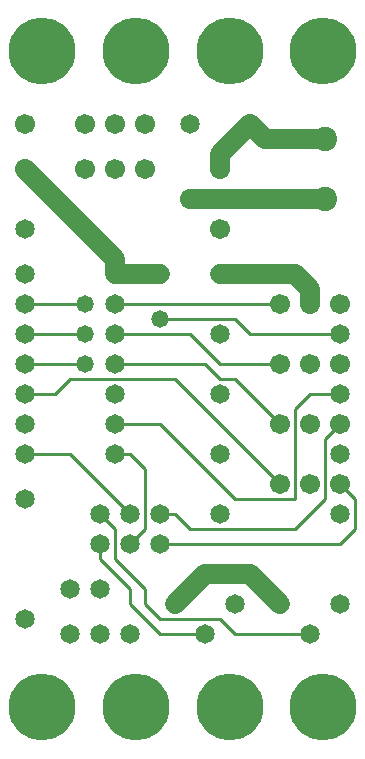
<source format=gbl>
%MOIN*%
%FSLAX25Y25*%
G04 D10 used for Character Trace; *
G04     Circle (OD=.01000) (No hole)*
G04 D11 used for Power Trace; *
G04     Circle (OD=.06700) (No hole)*
G04 D12 used for Signal Trace; *
G04     Circle (OD=.01100) (No hole)*
G04 D13 used for Via; *
G04     Circle (OD=.05800) (Round. Hole ID=.02800)*
G04 D14 used for Component hole; *
G04     Circle (OD=.06500) (Round. Hole ID=.03500)*
G04 D15 used for Component hole; *
G04     Circle (OD=.06700) (Round. Hole ID=.04300)*
G04 D16 used for Component hole; *
G04     Circle (OD=.08100) (Round. Hole ID=.05100)*
G04 D17 used for Component hole; *
G04     Circle (OD=.08900) (Round. Hole ID=.05900)*
G04 D18 used for Component hole; *
G04     Circle (OD=.11300) (Round. Hole ID=.08300)*
G04 D19 used for Component hole; *
G04     Circle (OD=.16000) (Round. Hole ID=.13000)*
G04 D20 used for Component hole; *
G04     Circle (OD=.18300) (Round. Hole ID=.15300)*
G04 D21 used for Component hole; *
G04     Circle (OD=.22291) (Round. Hole ID=.19291)*
%ADD10C,.01000*%
%ADD11C,.06700*%
%ADD12C,.01100*%
%ADD13C,.05800*%
%ADD14C,.06500*%
%ADD15C,.06700*%
%ADD16C,.08100*%
%ADD17C,.08900*%
%ADD18C,.11300*%
%ADD19C,.16000*%
%ADD20C,.18300*%
%ADD21C,.22291*%
%IPPOS*%
%LPD*%
G90*X0Y0D02*D21*X15625Y15625D03*D14*              
X35000Y40000D03*X25000D03*X10000Y45000D03*D21*    
X46875Y15625D03*D14*X45000Y40000D03*D12*          
X55000Y45000D02*X50000Y50000D01*X55000Y45000D02*  
X75000D01*X80000Y40000D01*X105000D01*D14*D03*     
X115000Y50000D03*X95000D03*D11*X85000Y60000D01*   
X70000D01*X60000Y50000D01*D14*D03*X70000Y40000D03*
D12*X55000D01*X45000Y50000D01*Y55000D01*          
X35000Y65000D01*Y70000D01*D14*D03*D12*            
X50000Y55000D02*X40000Y65000D01*X50000Y50000D02*  
Y55000D01*D14*X35000D03*D12*X40000Y65000D02*      
Y75000D01*X35000Y80000D01*D14*D03*X45000Y70000D03*
D12*X50000Y75000D01*Y95000D01*X45000Y100000D01*   
X40000D01*D14*D03*Y110000D03*D12*X55000D01*       
X80000Y85000D01*X100000D01*Y115000D01*            
X105000Y120000D01*X115000D01*D14*D03*D15*         
X105000Y130000D03*Y110000D03*X115000Y130000D03*   
Y110000D03*D12*X110000Y105000D01*Y85000D01*       
X100000Y75000D01*X65000D01*X60000Y80000D01*       
X55000D01*D14*D03*X45000D03*D12*X25000Y100000D01* 
X10000D01*D14*D03*Y110000D03*Y85000D03*D12*       
Y120000D02*X20000D01*D14*X10000D03*D12*X20000D02* 
X25000Y125000D01*X60000D01*X95000Y90000D01*D15*   
D03*X105000D03*D12*X55000Y70000D02*X115000D01*D14*
X55000D03*X75000Y80000D03*X80000Y50000D03*        
X75000Y100000D03*X25000Y55000D03*D15*             
X95000Y110000D03*D12*X80000Y125000D01*X75000D01*  
X70000Y130000D01*X40000D01*D14*D03*D13*           
X30000Y140000D03*D12*X10000D01*D14*D03*Y150000D03*
D12*X30000D01*D13*D03*D14*X40000Y140000D03*D12*   
X65000D01*X75000Y130000D01*X95000D01*D15*D03*D12* 
X85000Y140000D02*X115000D01*D14*D03*D15*          
X105000Y150000D03*D11*Y155000D01*                 
X100000Y160000D01*X75000D01*D14*D03*D15*          
Y175000D03*D12*X85000Y140000D02*X80000Y145000D01* 
X55000D01*D13*D03*D14*X40000Y160000D03*D11*       
X55000D01*D14*D03*D11*X40000D02*Y165000D01*       
X30000Y175000D01*D14*D03*D11*X10000Y195000D01*D15*
D03*Y210000D03*X30000Y195000D03*D14*              
X10000Y175000D03*D15*X30000Y210000D03*            
X40000Y195000D03*Y210000D03*D14*X10000Y160000D03* 
D21*X46875Y234375D03*X15625D03*D15*               
X50000Y195000D03*Y210000D03*D14*X40000Y150000D03* 
D12*X95000D01*D15*D03*X115000D03*D14*             
X75000Y140000D03*Y120000D03*D16*X110000Y185000D03*
D11*X65000D01*D15*D03*X75000Y195000D03*D11*       
Y200000D01*X85000Y210000D01*D14*D03*D11*          
X90000Y205000D01*X110000D01*D16*D03*D21*          
X78125Y234375D03*X109375D03*D14*X65000Y210000D03* 
D13*X30000Y130000D03*D12*X10000D01*D14*D03*       
X40000Y120000D03*D12*X115000Y70000D02*            
X120000Y75000D01*Y85000D01*X115000Y90000D01*D15*  
D03*D14*Y100000D03*Y80000D03*D21*X78125Y15625D03* 
X109375D03*M02*                                   

</source>
